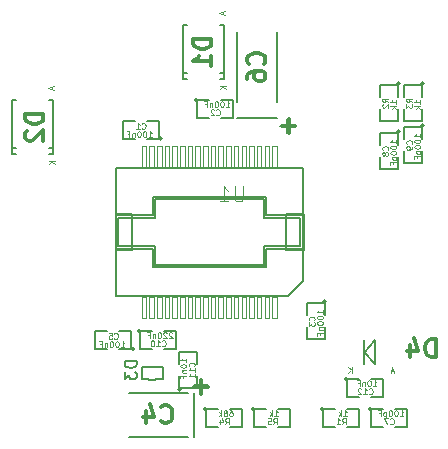
<source format=gbr>
G04 #@! TF.FileFunction,Legend,Bot*
%FSLAX46Y46*%
G04 Gerber Fmt 4.6, Leading zero omitted, Abs format (unit mm)*
G04 Created by KiCad (PCBNEW 0.201503240816+5533~22~ubuntu14.04.1-product) date St 25. březen 2015, 13:46:33 CET*
%MOMM*%
G01*
G04 APERTURE LIST*
%ADD10C,0.300000*%
%ADD11C,0.150000*%
%ADD12C,0.066040*%
%ADD13C,0.203200*%
%ADD14C,0.109220*%
%ADD15C,0.304800*%
%ADD16C,0.099060*%
%ADD17C,0.088900*%
G04 APERTURE END LIST*
D10*
D11*
X18796000Y5842000D02*
X18161000Y5842000D01*
X18161000Y5842000D02*
X18161000Y6858000D01*
X19939000Y6858000D02*
X19939000Y5842000D01*
X19939000Y5842000D02*
X19304000Y5842000D01*
X18796000Y5715000D02*
X18796000Y5842000D01*
X19304000Y5842000D02*
X19304000Y5715000D01*
X18161000Y6858000D02*
X19939000Y6858000D01*
X19304000Y5715000D02*
X18796000Y5715000D01*
X27686000Y3302000D02*
G75*
G03X27686000Y3302000I-127000J0D01*
G01*
X28702000Y3302000D02*
X27686000Y3302000D01*
X27686000Y3302000D02*
X27686000Y1778000D01*
X27686000Y1778000D02*
X28702000Y1778000D01*
X29718000Y1778000D02*
X30734000Y1778000D01*
X30734000Y1778000D02*
X30734000Y3302000D01*
X30734000Y3302000D02*
X29718000Y3302000D01*
X23622000Y3302000D02*
G75*
G03X23622000Y3302000I-127000J0D01*
G01*
X24638000Y3302000D02*
X23622000Y3302000D01*
X23622000Y3302000D02*
X23622000Y1778000D01*
X23622000Y1778000D02*
X24638000Y1778000D01*
X25654000Y1778000D02*
X26670000Y1778000D01*
X26670000Y1778000D02*
X26670000Y3302000D01*
X26670000Y3302000D02*
X25654000Y3302000D01*
X42037000Y30861000D02*
G75*
G03X42037000Y30861000I-127000J0D01*
G01*
X41910000Y29718000D02*
X41910000Y30734000D01*
X41910000Y30734000D02*
X40386000Y30734000D01*
X40386000Y30734000D02*
X40386000Y29718000D01*
X40386000Y28702000D02*
X40386000Y27686000D01*
X40386000Y27686000D02*
X41910000Y27686000D01*
X41910000Y27686000D02*
X41910000Y28702000D01*
X40005000Y30861000D02*
G75*
G03X40005000Y30861000I-127000J0D01*
G01*
X39878000Y29718000D02*
X39878000Y30734000D01*
X39878000Y30734000D02*
X38354000Y30734000D01*
X38354000Y30734000D02*
X38354000Y29718000D01*
X38354000Y28702000D02*
X38354000Y27686000D01*
X38354000Y27686000D02*
X39878000Y27686000D01*
X39878000Y27686000D02*
X39878000Y28702000D01*
X33528000Y3302000D02*
G75*
G03X33528000Y3302000I-127000J0D01*
G01*
X34544000Y3302000D02*
X33528000Y3302000D01*
X33528000Y3302000D02*
X33528000Y1778000D01*
X33528000Y1778000D02*
X34544000Y1778000D01*
X35560000Y1778000D02*
X36576000Y1778000D01*
X36576000Y1778000D02*
X36576000Y3302000D01*
X36576000Y3302000D02*
X35560000Y3302000D01*
X36941760Y8077200D02*
X37942520Y9128760D01*
X37942520Y9128760D02*
X37942520Y7127240D01*
X37942520Y7127240D02*
X36941760Y8128000D01*
X36941760Y9177020D02*
X36941760Y7078980D01*
X10640060Y25377140D02*
X10289540Y25377140D01*
X7139940Y25377140D02*
X7490460Y25377140D01*
X10640060Y24927560D02*
X10289540Y24927560D01*
X10640060Y29428440D02*
X10289540Y29428440D01*
X7139940Y29428440D02*
X7490460Y29428440D01*
X7139940Y24927560D02*
X7490460Y24927560D01*
X10640060Y29428440D02*
X10640060Y24927560D01*
X7139940Y29428440D02*
X7139940Y24927560D01*
X25118060Y31727140D02*
X24767540Y31727140D01*
X21617940Y31727140D02*
X21968460Y31727140D01*
X25118060Y31277560D02*
X24767540Y31277560D01*
X25118060Y35778440D02*
X24767540Y35778440D01*
X21617940Y35778440D02*
X21968460Y35778440D01*
X21617940Y31277560D02*
X21968460Y31277560D01*
X25118060Y35778440D02*
X25118060Y31277560D01*
X21617940Y35778440D02*
X21617940Y31277560D01*
X35560000Y5842000D02*
G75*
G03X35560000Y5842000I-127000J0D01*
G01*
X36576000Y5842000D02*
X35560000Y5842000D01*
X35560000Y5842000D02*
X35560000Y4318000D01*
X35560000Y4318000D02*
X36576000Y4318000D01*
X37592000Y4318000D02*
X38608000Y4318000D01*
X38608000Y4318000D02*
X38608000Y5842000D01*
X38608000Y5842000D02*
X37592000Y5842000D01*
X21463000Y4953000D02*
G75*
G03X21463000Y4953000I-127000J0D01*
G01*
X21336000Y6096000D02*
X21336000Y5080000D01*
X21336000Y5080000D02*
X22860000Y5080000D01*
X22860000Y5080000D02*
X22860000Y6096000D01*
X22860000Y7112000D02*
X22860000Y8128000D01*
X22860000Y8128000D02*
X21336000Y8128000D01*
X21336000Y8128000D02*
X21336000Y7112000D01*
X18034000Y9906000D02*
G75*
G03X18034000Y9906000I-127000J0D01*
G01*
X19050000Y9906000D02*
X18034000Y9906000D01*
X18034000Y9906000D02*
X18034000Y8382000D01*
X18034000Y8382000D02*
X19050000Y8382000D01*
X20066000Y8382000D02*
X21082000Y8382000D01*
X21082000Y8382000D02*
X21082000Y9906000D01*
X21082000Y9906000D02*
X20066000Y9906000D01*
X42037000Y27305000D02*
G75*
G03X42037000Y27305000I-127000J0D01*
G01*
X41910000Y26162000D02*
X41910000Y27178000D01*
X41910000Y27178000D02*
X40386000Y27178000D01*
X40386000Y27178000D02*
X40386000Y26162000D01*
X40386000Y25146000D02*
X40386000Y24130000D01*
X40386000Y24130000D02*
X41910000Y24130000D01*
X41910000Y24130000D02*
X41910000Y25146000D01*
X40005000Y26797000D02*
G75*
G03X40005000Y26797000I-127000J0D01*
G01*
X39878000Y25654000D02*
X39878000Y26670000D01*
X39878000Y26670000D02*
X38354000Y26670000D01*
X38354000Y26670000D02*
X38354000Y25654000D01*
X38354000Y24638000D02*
X38354000Y23622000D01*
X38354000Y23622000D02*
X39878000Y23622000D01*
X39878000Y23622000D02*
X39878000Y24638000D01*
X37592000Y3302000D02*
G75*
G03X37592000Y3302000I-127000J0D01*
G01*
X38608000Y3302000D02*
X37592000Y3302000D01*
X37592000Y3302000D02*
X37592000Y1778000D01*
X37592000Y1778000D02*
X38608000Y1778000D01*
X39624000Y1778000D02*
X40640000Y1778000D01*
X40640000Y1778000D02*
X40640000Y3302000D01*
X40640000Y3302000D02*
X39624000Y3302000D01*
X29639260Y27957780D02*
X26240740Y27957780D01*
X26240740Y35257740D02*
X26240740Y29258260D01*
X29639260Y35257740D02*
X29639260Y29258260D01*
X30993080Y27256740D02*
X29893260Y27256740D01*
X30492700Y26657300D02*
X30492700Y27856180D01*
X17526000Y8382000D02*
G75*
G03X17526000Y8382000I-127000J0D01*
G01*
X16256000Y8382000D02*
X17272000Y8382000D01*
X17272000Y8382000D02*
X17272000Y9906000D01*
X17272000Y9906000D02*
X16256000Y9906000D01*
X15240000Y9906000D02*
X14224000Y9906000D01*
X14224000Y9906000D02*
X14224000Y8382000D01*
X14224000Y8382000D02*
X15240000Y8382000D01*
X22557740Y4693920D02*
X22557740Y894080D01*
X17058640Y4693920D02*
X22057360Y4693920D01*
X17061180Y894080D02*
X22059900Y894080D01*
X23159720Y5796280D02*
X23159720Y4696460D01*
X23759160Y5295900D02*
X22560280Y5295900D01*
X33782000Y12382500D02*
G75*
G03X33782000Y12382500I-127000J0D01*
G01*
X33655000Y11239500D02*
X33655000Y12255500D01*
X33655000Y12255500D02*
X32131000Y12255500D01*
X32131000Y12255500D02*
X32131000Y11239500D01*
X32131000Y10223500D02*
X32131000Y9207500D01*
X32131000Y9207500D02*
X33655000Y9207500D01*
X33655000Y9207500D02*
X33655000Y10223500D01*
X22860000Y29464000D02*
G75*
G03X22860000Y29464000I-127000J0D01*
G01*
X23876000Y29464000D02*
X22860000Y29464000D01*
X22860000Y29464000D02*
X22860000Y27940000D01*
X22860000Y27940000D02*
X23876000Y27940000D01*
X24892000Y27940000D02*
X25908000Y27940000D01*
X25908000Y27940000D02*
X25908000Y29464000D01*
X25908000Y29464000D02*
X24892000Y29464000D01*
X19875500Y26162000D02*
G75*
G03X19875500Y26162000I-127000J0D01*
G01*
X18605500Y26162000D02*
X19621500Y26162000D01*
X19621500Y26162000D02*
X19621500Y27686000D01*
X19621500Y27686000D02*
X18605500Y27686000D01*
X17589500Y27686000D02*
X16573500Y27686000D01*
X16573500Y27686000D02*
X16573500Y26162000D01*
X16573500Y26162000D02*
X17589500Y26162000D01*
D12*
X29591000Y11038840D02*
X29210000Y11038840D01*
X29210000Y11038840D02*
X29210000Y12788900D01*
X29591000Y12788900D02*
X29210000Y12788900D01*
X29591000Y11038840D02*
X29591000Y12788900D01*
X28940760Y11038840D02*
X28559760Y11038840D01*
X28559760Y11038840D02*
X28559760Y12788900D01*
X28940760Y12788900D02*
X28559760Y12788900D01*
X28940760Y11038840D02*
X28940760Y12788900D01*
X28290520Y11038840D02*
X27909520Y11038840D01*
X27909520Y11038840D02*
X27909520Y12788900D01*
X28290520Y12788900D02*
X27909520Y12788900D01*
X28290520Y11038840D02*
X28290520Y12788900D01*
X27640280Y11038840D02*
X27259280Y11038840D01*
X27259280Y11038840D02*
X27259280Y12788900D01*
X27640280Y12788900D02*
X27259280Y12788900D01*
X27640280Y11038840D02*
X27640280Y12788900D01*
X26990040Y11038840D02*
X26609040Y11038840D01*
X26609040Y11038840D02*
X26609040Y12788900D01*
X26990040Y12788900D02*
X26609040Y12788900D01*
X26990040Y11038840D02*
X26990040Y12788900D01*
X26339800Y11038840D02*
X25958800Y11038840D01*
X25958800Y11038840D02*
X25958800Y12788900D01*
X26339800Y12788900D02*
X25958800Y12788900D01*
X26339800Y11038840D02*
X26339800Y12788900D01*
X25689560Y11038840D02*
X25308560Y11038840D01*
X25308560Y11038840D02*
X25308560Y12788900D01*
X25689560Y12788900D02*
X25308560Y12788900D01*
X25689560Y11038840D02*
X25689560Y12788900D01*
X25039320Y11038840D02*
X24660860Y11038840D01*
X24660860Y11038840D02*
X24660860Y12788900D01*
X25039320Y12788900D02*
X24660860Y12788900D01*
X25039320Y11038840D02*
X25039320Y12788900D01*
X24389080Y11038840D02*
X24010620Y11038840D01*
X24010620Y11038840D02*
X24010620Y12788900D01*
X24389080Y12788900D02*
X24010620Y12788900D01*
X24389080Y11038840D02*
X24389080Y12788900D01*
X23741380Y11038840D02*
X23362920Y11038840D01*
X23362920Y11038840D02*
X23362920Y12788900D01*
X23741380Y12788900D02*
X23362920Y12788900D01*
X23741380Y11038840D02*
X23741380Y12788900D01*
X23091140Y11038840D02*
X22712680Y11038840D01*
X22712680Y11038840D02*
X22712680Y12788900D01*
X23091140Y12788900D02*
X22712680Y12788900D01*
X23091140Y11038840D02*
X23091140Y12788900D01*
X22443440Y11038840D02*
X22062440Y11038840D01*
X22062440Y11038840D02*
X22062440Y12788900D01*
X22443440Y12788900D02*
X22062440Y12788900D01*
X22443440Y11038840D02*
X22443440Y12788900D01*
X21793200Y11038840D02*
X21412200Y11038840D01*
X21412200Y11038840D02*
X21412200Y12788900D01*
X21793200Y12788900D02*
X21412200Y12788900D01*
X21793200Y11038840D02*
X21793200Y12788900D01*
X21142960Y11038840D02*
X20761960Y11038840D01*
X20761960Y11038840D02*
X20761960Y12788900D01*
X21142960Y12788900D02*
X20761960Y12788900D01*
X21142960Y11038840D02*
X21142960Y12788900D01*
X20492720Y11038840D02*
X20111720Y11038840D01*
X20111720Y11038840D02*
X20111720Y12788900D01*
X20492720Y12788900D02*
X20111720Y12788900D01*
X20492720Y11038840D02*
X20492720Y12788900D01*
X19842480Y11038840D02*
X19461480Y11038840D01*
X19461480Y11038840D02*
X19461480Y12788900D01*
X19842480Y12788900D02*
X19461480Y12788900D01*
X19842480Y11038840D02*
X19842480Y12788900D01*
X19192240Y11038840D02*
X18811240Y11038840D01*
X18811240Y11038840D02*
X18811240Y12788900D01*
X19192240Y12788900D02*
X18811240Y12788900D01*
X19192240Y11038840D02*
X19192240Y12788900D01*
X18542000Y11038840D02*
X18161000Y11038840D01*
X18161000Y11038840D02*
X18161000Y12788900D01*
X18542000Y12788900D02*
X18161000Y12788900D01*
X18542000Y11038840D02*
X18542000Y12788900D01*
X18542000Y23787100D02*
X18161000Y23787100D01*
X18161000Y23787100D02*
X18161000Y25537160D01*
X18542000Y25537160D02*
X18161000Y25537160D01*
X18542000Y23787100D02*
X18542000Y25537160D01*
X19192240Y23787100D02*
X18811240Y23787100D01*
X18811240Y23787100D02*
X18811240Y25537160D01*
X19192240Y25537160D02*
X18811240Y25537160D01*
X19192240Y23787100D02*
X19192240Y25537160D01*
X19842480Y23787100D02*
X19461480Y23787100D01*
X19461480Y23787100D02*
X19461480Y25537160D01*
X19842480Y25537160D02*
X19461480Y25537160D01*
X19842480Y23787100D02*
X19842480Y25537160D01*
X20492720Y23787100D02*
X20111720Y23787100D01*
X20111720Y23787100D02*
X20111720Y25537160D01*
X20492720Y25537160D02*
X20111720Y25537160D01*
X20492720Y23787100D02*
X20492720Y25537160D01*
X21142960Y23787100D02*
X20761960Y23787100D01*
X20761960Y23787100D02*
X20761960Y25537160D01*
X21142960Y25537160D02*
X20761960Y25537160D01*
X21142960Y23787100D02*
X21142960Y25537160D01*
X21793200Y23787100D02*
X21412200Y23787100D01*
X21412200Y23787100D02*
X21412200Y25537160D01*
X21793200Y25537160D02*
X21412200Y25537160D01*
X21793200Y23787100D02*
X21793200Y25537160D01*
X22443440Y23787100D02*
X22062440Y23787100D01*
X22062440Y23787100D02*
X22062440Y25537160D01*
X22443440Y25537160D02*
X22062440Y25537160D01*
X22443440Y23787100D02*
X22443440Y25537160D01*
X23091140Y23787100D02*
X22712680Y23787100D01*
X22712680Y23787100D02*
X22712680Y25537160D01*
X23091140Y25537160D02*
X22712680Y25537160D01*
X23091140Y23787100D02*
X23091140Y25537160D01*
X23741380Y23787100D02*
X23362920Y23787100D01*
X23362920Y23787100D02*
X23362920Y25537160D01*
X23741380Y25537160D02*
X23362920Y25537160D01*
X23741380Y23787100D02*
X23741380Y25537160D01*
X24389080Y23787100D02*
X24010620Y23787100D01*
X24010620Y23787100D02*
X24010620Y25537160D01*
X24389080Y25537160D02*
X24010620Y25537160D01*
X24389080Y23787100D02*
X24389080Y25537160D01*
X25039320Y23787100D02*
X24660860Y23787100D01*
X24660860Y23787100D02*
X24660860Y25537160D01*
X25039320Y25537160D02*
X24660860Y25537160D01*
X25039320Y23787100D02*
X25039320Y25537160D01*
X25689560Y23787100D02*
X25308560Y23787100D01*
X25308560Y23787100D02*
X25308560Y25537160D01*
X25689560Y25537160D02*
X25308560Y25537160D01*
X25689560Y23787100D02*
X25689560Y25537160D01*
X26339800Y23787100D02*
X25958800Y23787100D01*
X25958800Y23787100D02*
X25958800Y25537160D01*
X26339800Y25537160D02*
X25958800Y25537160D01*
X26339800Y23787100D02*
X26339800Y25537160D01*
X26990040Y23787100D02*
X26609040Y23787100D01*
X26609040Y23787100D02*
X26609040Y25537160D01*
X26990040Y25537160D02*
X26609040Y25537160D01*
X26990040Y23787100D02*
X26990040Y25537160D01*
X27640280Y23787100D02*
X27259280Y23787100D01*
X27259280Y23787100D02*
X27259280Y25537160D01*
X27640280Y25537160D02*
X27259280Y25537160D01*
X27640280Y23787100D02*
X27640280Y25537160D01*
X28290520Y23787100D02*
X27909520Y23787100D01*
X27909520Y23787100D02*
X27909520Y25537160D01*
X28290520Y25537160D02*
X27909520Y25537160D01*
X28290520Y23787100D02*
X28290520Y25537160D01*
X28940760Y23787100D02*
X28559760Y23787100D01*
X28559760Y23787100D02*
X28559760Y25537160D01*
X28940760Y25537160D02*
X28559760Y25537160D01*
X28940760Y23787100D02*
X28940760Y25537160D01*
X29591000Y23787100D02*
X29210000Y23787100D01*
X29210000Y23787100D02*
X29210000Y25537160D01*
X29591000Y25537160D02*
X29210000Y25537160D01*
X29591000Y23787100D02*
X29591000Y25537160D01*
X31874460Y16789400D02*
X30375860Y16789400D01*
X30375860Y16789400D02*
X30375860Y19786600D01*
X31874460Y19786600D02*
X30375860Y19786600D01*
X31874460Y16789400D02*
X31874460Y19786600D01*
X17376140Y16789400D02*
X15877540Y16789400D01*
X15877540Y16789400D02*
X15877540Y19786600D01*
X17376140Y19786600D02*
X15877540Y19786600D01*
X17376140Y16789400D02*
X17376140Y19786600D01*
D13*
X30375860Y12890500D02*
X30563820Y12890500D01*
X30563820Y12890500D02*
X31775400Y14099540D01*
X31775400Y14099540D02*
X31775400Y14279880D01*
X31775400Y14279880D02*
X31775400Y16728440D01*
X31775400Y16728440D02*
X30375860Y16728440D01*
X30375860Y16728440D02*
X30375860Y19847560D01*
X30375860Y19847560D02*
X31775400Y19847560D01*
X31775400Y19847560D02*
X31775400Y23685500D01*
X31775400Y23685500D02*
X15976600Y23685500D01*
X15976600Y23685500D02*
X15976600Y19847560D01*
X15976600Y16728440D02*
X15976600Y12890500D01*
X15976600Y12890500D02*
X30375860Y12890500D01*
X15976600Y19847560D02*
X17376140Y19847560D01*
X17376140Y19847560D02*
X17376140Y16728440D01*
X17376140Y16728440D02*
X15976600Y16728440D01*
X28775660Y16888460D02*
X31775400Y16888460D01*
X31775400Y16888460D02*
X31775400Y19687540D01*
X31775400Y19687540D02*
X28674060Y19687540D01*
X28674060Y19687540D02*
X28674060Y21287740D01*
X28674060Y21287740D02*
X19077940Y21287740D01*
X19077940Y21287740D02*
X19077940Y19687540D01*
X19077940Y19687540D02*
X15976600Y19687540D01*
X15976600Y19687540D02*
X15976600Y16888460D01*
X15976600Y16888460D02*
X19077940Y16888460D01*
X19077940Y16888460D02*
X19077940Y15288260D01*
X19077940Y15288260D02*
X28674060Y15288260D01*
X28674060Y15288260D02*
X28674060Y16888460D01*
X28674060Y16888460D02*
X28775660Y16888460D01*
X31574740Y19486880D02*
X28475940Y19486880D01*
X28475940Y19486880D02*
X28475940Y21087080D01*
X28475940Y21087080D02*
X19276060Y21087080D01*
X19276060Y21087080D02*
X19276060Y19486880D01*
X19276060Y19486880D02*
X16177260Y19486880D01*
X16177260Y19486880D02*
X16177260Y17089120D01*
X16177260Y17089120D02*
X19276060Y17089120D01*
X19276060Y17089120D02*
X19276060Y15488920D01*
X19276060Y15488920D02*
X28475940Y15488920D01*
X28475940Y15488920D02*
X28475940Y17089120D01*
X28475940Y17089120D02*
X31574740Y17089120D01*
X31574740Y17089120D02*
X31574740Y19486880D01*
D11*
X17724381Y7342095D02*
X16724381Y7342095D01*
X16724381Y7104000D01*
X16772000Y6961142D01*
X16867238Y6865904D01*
X16962476Y6818285D01*
X17152952Y6770666D01*
X17295810Y6770666D01*
X17486286Y6818285D01*
X17581524Y6865904D01*
X17676762Y6961142D01*
X17724381Y7104000D01*
X17724381Y7342095D01*
X16724381Y6437333D02*
X16724381Y5818285D01*
X17105333Y6151619D01*
X17105333Y6008761D01*
X17152952Y5913523D01*
X17200571Y5865904D01*
X17295810Y5818285D01*
X17533905Y5818285D01*
X17629143Y5865904D01*
X17676762Y5913523D01*
X17724381Y6008761D01*
X17724381Y6294476D01*
X17676762Y6389714D01*
X17629143Y6437333D01*
D14*
X29293396Y1996138D02*
X29460190Y2234414D01*
X29579328Y1996138D02*
X29579328Y2496518D01*
X29388707Y2496518D01*
X29341052Y2472690D01*
X29317224Y2448862D01*
X29293396Y2401207D01*
X29293396Y2329724D01*
X29317224Y2282069D01*
X29341052Y2258241D01*
X29388707Y2234414D01*
X29579328Y2234414D01*
X28840672Y2496518D02*
X29078948Y2496518D01*
X29102776Y2258241D01*
X29078948Y2282069D01*
X29031293Y2305897D01*
X28912155Y2305897D01*
X28864499Y2282069D01*
X28840672Y2258241D01*
X28816844Y2210586D01*
X28816844Y2091448D01*
X28840672Y2043793D01*
X28864499Y2019965D01*
X28912155Y1996138D01*
X29031293Y1996138D01*
X29078948Y2019965D01*
X29102776Y2043793D01*
X29396569Y2694638D02*
X29682501Y2694638D01*
X29539535Y2694638D02*
X29539535Y3195018D01*
X29587190Y3123535D01*
X29634845Y3075880D01*
X29682501Y3052052D01*
X29182121Y2694638D02*
X29182121Y3195018D01*
X29134466Y2885259D02*
X28991500Y2694638D01*
X28991500Y3028224D02*
X29182121Y2837603D01*
X25229396Y1996138D02*
X25396190Y2234414D01*
X25515328Y1996138D02*
X25515328Y2496518D01*
X25324707Y2496518D01*
X25277052Y2472690D01*
X25253224Y2448862D01*
X25229396Y2401207D01*
X25229396Y2329724D01*
X25253224Y2282069D01*
X25277052Y2258241D01*
X25324707Y2234414D01*
X25515328Y2234414D01*
X24800499Y2329724D02*
X24800499Y1996138D01*
X24919637Y2520345D02*
X25038776Y2162931D01*
X24729016Y2162931D01*
X25618500Y3195018D02*
X25713811Y3195018D01*
X25761466Y3171190D01*
X25785294Y3147362D01*
X25832949Y3075880D01*
X25856777Y2980569D01*
X25856777Y2789948D01*
X25832949Y2742293D01*
X25809121Y2718465D01*
X25761466Y2694638D01*
X25666156Y2694638D01*
X25618500Y2718465D01*
X25594673Y2742293D01*
X25570845Y2789948D01*
X25570845Y2909086D01*
X25594673Y2956741D01*
X25618500Y2980569D01*
X25666156Y3004397D01*
X25761466Y3004397D01*
X25809121Y2980569D01*
X25832949Y2956741D01*
X25856777Y2909086D01*
X25284914Y2980569D02*
X25332569Y3004397D01*
X25356397Y3028224D01*
X25380225Y3075880D01*
X25380225Y3099707D01*
X25356397Y3147362D01*
X25332569Y3171190D01*
X25284914Y3195018D01*
X25189604Y3195018D01*
X25141948Y3171190D01*
X25118121Y3147362D01*
X25094293Y3099707D01*
X25094293Y3075880D01*
X25118121Y3028224D01*
X25141948Y3004397D01*
X25189604Y2980569D01*
X25284914Y2980569D01*
X25332569Y2956741D01*
X25356397Y2932914D01*
X25380225Y2885259D01*
X25380225Y2789948D01*
X25356397Y2742293D01*
X25332569Y2718465D01*
X25284914Y2694638D01*
X25189604Y2694638D01*
X25141948Y2718465D01*
X25118121Y2742293D01*
X25094293Y2789948D01*
X25094293Y2885259D01*
X25118121Y2932914D01*
X25141948Y2956741D01*
X25189604Y2980569D01*
X24879845Y2694638D02*
X24879845Y3195018D01*
X24832190Y2885259D02*
X24689224Y2694638D01*
X24689224Y3028224D02*
X24879845Y2837603D01*
X41056862Y29293396D02*
X40818586Y29460190D01*
X41056862Y29579328D02*
X40556482Y29579328D01*
X40556482Y29388707D01*
X40580310Y29341052D01*
X40604138Y29317224D01*
X40651793Y29293396D01*
X40723276Y29293396D01*
X40770931Y29317224D01*
X40794759Y29341052D01*
X40818586Y29388707D01*
X40818586Y29579328D01*
X40556482Y29126603D02*
X40556482Y28816844D01*
X40747103Y28983637D01*
X40747103Y28912155D01*
X40770931Y28864499D01*
X40794759Y28840672D01*
X40842414Y28816844D01*
X40961552Y28816844D01*
X41009207Y28840672D01*
X41033035Y28864499D01*
X41056862Y28912155D01*
X41056862Y29055120D01*
X41033035Y29102776D01*
X41009207Y29126603D01*
X41755362Y29142569D02*
X41755362Y29428501D01*
X41755362Y29285535D02*
X41254982Y29285535D01*
X41326465Y29333190D01*
X41374120Y29380845D01*
X41397948Y29428501D01*
X41755362Y28928121D02*
X41254982Y28928121D01*
X41564741Y28880466D02*
X41755362Y28737500D01*
X41421776Y28737500D02*
X41612397Y28928121D01*
X39024862Y29293396D02*
X38786586Y29460190D01*
X39024862Y29579328D02*
X38524482Y29579328D01*
X38524482Y29388707D01*
X38548310Y29341052D01*
X38572138Y29317224D01*
X38619793Y29293396D01*
X38691276Y29293396D01*
X38738931Y29317224D01*
X38762759Y29341052D01*
X38786586Y29388707D01*
X38786586Y29579328D01*
X38572138Y29102776D02*
X38548310Y29078948D01*
X38524482Y29031293D01*
X38524482Y28912155D01*
X38548310Y28864499D01*
X38572138Y28840672D01*
X38619793Y28816844D01*
X38667448Y28816844D01*
X38738931Y28840672D01*
X39024862Y29126603D01*
X39024862Y28816844D01*
X39723362Y29142569D02*
X39723362Y29428501D01*
X39723362Y29285535D02*
X39222982Y29285535D01*
X39294465Y29333190D01*
X39342120Y29380845D01*
X39365948Y29428501D01*
X39723362Y28928121D02*
X39222982Y28928121D01*
X39532741Y28880466D02*
X39723362Y28737500D01*
X39389776Y28737500D02*
X39580397Y28928121D01*
X35135396Y1996138D02*
X35302190Y2234414D01*
X35421328Y1996138D02*
X35421328Y2496518D01*
X35230707Y2496518D01*
X35183052Y2472690D01*
X35159224Y2448862D01*
X35135396Y2401207D01*
X35135396Y2329724D01*
X35159224Y2282069D01*
X35183052Y2258241D01*
X35230707Y2234414D01*
X35421328Y2234414D01*
X34658844Y1996138D02*
X34944776Y1996138D01*
X34801810Y1996138D02*
X34801810Y2496518D01*
X34849465Y2425035D01*
X34897120Y2377380D01*
X34944776Y2353552D01*
X35238569Y2694638D02*
X35524501Y2694638D01*
X35381535Y2694638D02*
X35381535Y3195018D01*
X35429190Y3123535D01*
X35476845Y3075880D01*
X35524501Y3052052D01*
X35024121Y2694638D02*
X35024121Y3195018D01*
X34976466Y2885259D02*
X34833500Y2694638D01*
X34833500Y3028224D02*
X35024121Y2837603D01*
D15*
X43034857Y7692571D02*
X43034857Y9216571D01*
X42672000Y9216571D01*
X42454285Y9144000D01*
X42309143Y8998857D01*
X42236571Y8853714D01*
X42164000Y8563429D01*
X42164000Y8345714D01*
X42236571Y8055429D01*
X42309143Y7910286D01*
X42454285Y7765143D01*
X42672000Y7692571D01*
X43034857Y7692571D01*
X40857714Y8708571D02*
X40857714Y7692571D01*
X41220571Y9289143D02*
X41583428Y8200571D01*
X40640000Y8200571D01*
D16*
X39511998Y6495203D02*
X39273721Y6495203D01*
X39559653Y6352238D02*
X39392859Y6852618D01*
X39226066Y6352238D01*
X35922192Y6352238D02*
X35922192Y6852618D01*
X35636260Y6352238D02*
X35850709Y6638169D01*
X35636260Y6852618D02*
X35922192Y6566686D01*
D15*
X9833429Y28302857D02*
X8309429Y28302857D01*
X8309429Y27940000D01*
X8382000Y27722285D01*
X8527143Y27577143D01*
X8672286Y27504571D01*
X8962571Y27432000D01*
X9180286Y27432000D01*
X9470571Y27504571D01*
X9615714Y27577143D01*
X9760857Y27722285D01*
X9833429Y27940000D01*
X9833429Y28302857D01*
X8454571Y26851428D02*
X8382000Y26778857D01*
X8309429Y26633714D01*
X8309429Y26270857D01*
X8382000Y26125714D01*
X8454571Y26053143D01*
X8599714Y25980571D01*
X8744857Y25980571D01*
X8962571Y26053143D01*
X9833429Y26924000D01*
X9833429Y25980571D01*
D16*
X10573597Y30596598D02*
X10573597Y30358321D01*
X10716562Y30644253D02*
X10216182Y30477459D01*
X10716562Y30310666D01*
X10815622Y24309312D02*
X10315242Y24309312D01*
X10815622Y24023380D02*
X10529691Y24237829D01*
X10315242Y24023380D02*
X10601174Y24309312D01*
D15*
X24057429Y34652857D02*
X22533429Y34652857D01*
X22533429Y34290000D01*
X22606000Y34072285D01*
X22751143Y33927143D01*
X22896286Y33854571D01*
X23186571Y33782000D01*
X23404286Y33782000D01*
X23694571Y33854571D01*
X23839714Y33927143D01*
X23984857Y34072285D01*
X24057429Y34290000D01*
X24057429Y34652857D01*
X24057429Y32330571D02*
X24057429Y33201428D01*
X24057429Y32766000D02*
X22533429Y32766000D01*
X22751143Y32911143D01*
X22896286Y33056285D01*
X22968857Y33201428D01*
D16*
X25051597Y36946598D02*
X25051597Y36708321D01*
X25194562Y36994253D02*
X24694182Y36827459D01*
X25194562Y36660666D01*
X25293622Y30659312D02*
X24793242Y30659312D01*
X25293622Y30373380D02*
X25007691Y30587829D01*
X24793242Y30373380D02*
X25079174Y30659312D01*
D14*
X37405672Y4583793D02*
X37429500Y4559965D01*
X37500983Y4536138D01*
X37548638Y4536138D01*
X37620121Y4559965D01*
X37667776Y4607620D01*
X37691604Y4655276D01*
X37715432Y4750586D01*
X37715432Y4822069D01*
X37691604Y4917380D01*
X37667776Y4965035D01*
X37620121Y5012690D01*
X37548638Y5036518D01*
X37500983Y5036518D01*
X37429500Y5012690D01*
X37405672Y4988862D01*
X36929120Y4536138D02*
X37215052Y4536138D01*
X37072086Y4536138D02*
X37072086Y5036518D01*
X37119741Y4965035D01*
X37167396Y4917380D01*
X37215052Y4893552D01*
X36738500Y4988862D02*
X36714672Y5012690D01*
X36667017Y5036518D01*
X36547879Y5036518D01*
X36500223Y5012690D01*
X36476396Y4988862D01*
X36452568Y4941207D01*
X36452568Y4893552D01*
X36476396Y4822069D01*
X36762327Y4536138D01*
X36452568Y4536138D01*
X37747121Y5234638D02*
X38033053Y5234638D01*
X37890087Y5234638D02*
X37890087Y5735018D01*
X37937742Y5663535D01*
X37985397Y5615880D01*
X38033053Y5592052D01*
X37437362Y5735018D02*
X37389707Y5735018D01*
X37342052Y5711190D01*
X37318224Y5687362D01*
X37294397Y5639707D01*
X37270569Y5544397D01*
X37270569Y5425259D01*
X37294397Y5329948D01*
X37318224Y5282293D01*
X37342052Y5258465D01*
X37389707Y5234638D01*
X37437362Y5234638D01*
X37485018Y5258465D01*
X37508845Y5282293D01*
X37532673Y5329948D01*
X37556501Y5425259D01*
X37556501Y5544397D01*
X37532673Y5639707D01*
X37508845Y5687362D01*
X37485018Y5711190D01*
X37437362Y5735018D01*
X37056121Y5568224D02*
X37056121Y5234638D01*
X37056121Y5520569D02*
X37032293Y5544397D01*
X36984638Y5568224D01*
X36913155Y5568224D01*
X36865500Y5544397D01*
X36841672Y5496741D01*
X36841672Y5234638D01*
X36436603Y5496741D02*
X36603396Y5496741D01*
X36603396Y5234638D02*
X36603396Y5735018D01*
X36365120Y5735018D01*
X22594207Y6925672D02*
X22618035Y6949500D01*
X22641862Y7020983D01*
X22641862Y7068638D01*
X22618035Y7140121D01*
X22570380Y7187776D01*
X22522724Y7211604D01*
X22427414Y7235432D01*
X22355931Y7235432D01*
X22260620Y7211604D01*
X22212965Y7187776D01*
X22165310Y7140121D01*
X22141482Y7068638D01*
X22141482Y7020983D01*
X22165310Y6949500D01*
X22189138Y6925672D01*
X22641862Y6449120D02*
X22641862Y6735052D01*
X22641862Y6592086D02*
X22141482Y6592086D01*
X22212965Y6639741D01*
X22260620Y6687396D01*
X22284448Y6735052D01*
X22641862Y5972568D02*
X22641862Y6258500D01*
X22641862Y6115534D02*
X22141482Y6115534D01*
X22212965Y6163189D01*
X22260620Y6210844D01*
X22284448Y6258500D01*
X21943362Y7267121D02*
X21943362Y7553053D01*
X21943362Y7410087D02*
X21442982Y7410087D01*
X21514465Y7457742D01*
X21562120Y7505397D01*
X21585948Y7553053D01*
X21442982Y6957362D02*
X21442982Y6909707D01*
X21466810Y6862052D01*
X21490638Y6838224D01*
X21538293Y6814397D01*
X21633603Y6790569D01*
X21752741Y6790569D01*
X21848052Y6814397D01*
X21895707Y6838224D01*
X21919535Y6862052D01*
X21943362Y6909707D01*
X21943362Y6957362D01*
X21919535Y7005018D01*
X21895707Y7028845D01*
X21848052Y7052673D01*
X21752741Y7076501D01*
X21633603Y7076501D01*
X21538293Y7052673D01*
X21490638Y7028845D01*
X21466810Y7005018D01*
X21442982Y6957362D01*
X21609776Y6576121D02*
X21943362Y6576121D01*
X21657431Y6576121D02*
X21633603Y6552293D01*
X21609776Y6504638D01*
X21609776Y6433155D01*
X21633603Y6385500D01*
X21681259Y6361672D01*
X21943362Y6361672D01*
X21681259Y5956603D02*
X21681259Y6123396D01*
X21943362Y6123396D02*
X21442982Y6123396D01*
X21442982Y5885120D01*
X19879672Y8647793D02*
X19903500Y8623965D01*
X19974983Y8600138D01*
X20022638Y8600138D01*
X20094121Y8623965D01*
X20141776Y8671620D01*
X20165604Y8719276D01*
X20189432Y8814586D01*
X20189432Y8886069D01*
X20165604Y8981380D01*
X20141776Y9029035D01*
X20094121Y9076690D01*
X20022638Y9100518D01*
X19974983Y9100518D01*
X19903500Y9076690D01*
X19879672Y9052862D01*
X19403120Y8600138D02*
X19689052Y8600138D01*
X19546086Y8600138D02*
X19546086Y9100518D01*
X19593741Y9029035D01*
X19641396Y8981380D01*
X19689052Y8957552D01*
X19093361Y9100518D02*
X19045706Y9100518D01*
X18998051Y9076690D01*
X18974223Y9052862D01*
X18950396Y9005207D01*
X18926568Y8909897D01*
X18926568Y8790759D01*
X18950396Y8695448D01*
X18974223Y8647793D01*
X18998051Y8623965D01*
X19045706Y8600138D01*
X19093361Y8600138D01*
X19141017Y8623965D01*
X19164844Y8647793D01*
X19188672Y8695448D01*
X19212500Y8790759D01*
X19212500Y8909897D01*
X19188672Y9005207D01*
X19164844Y9052862D01*
X19141017Y9076690D01*
X19093361Y9100518D01*
X20745329Y9751362D02*
X20721501Y9775190D01*
X20673846Y9799018D01*
X20554708Y9799018D01*
X20507052Y9775190D01*
X20483225Y9751362D01*
X20459397Y9703707D01*
X20459397Y9656052D01*
X20483225Y9584569D01*
X20769156Y9298638D01*
X20459397Y9298638D01*
X20268777Y9751362D02*
X20244949Y9775190D01*
X20197294Y9799018D01*
X20078156Y9799018D01*
X20030500Y9775190D01*
X20006673Y9751362D01*
X19982845Y9703707D01*
X19982845Y9656052D01*
X20006673Y9584569D01*
X20292604Y9298638D01*
X19982845Y9298638D01*
X19673086Y9799018D02*
X19625431Y9799018D01*
X19577776Y9775190D01*
X19553948Y9751362D01*
X19530121Y9703707D01*
X19506293Y9608397D01*
X19506293Y9489259D01*
X19530121Y9393948D01*
X19553948Y9346293D01*
X19577776Y9322465D01*
X19625431Y9298638D01*
X19673086Y9298638D01*
X19720742Y9322465D01*
X19744569Y9346293D01*
X19768397Y9393948D01*
X19792225Y9489259D01*
X19792225Y9608397D01*
X19768397Y9703707D01*
X19744569Y9751362D01*
X19720742Y9775190D01*
X19673086Y9799018D01*
X19291845Y9632224D02*
X19291845Y9298638D01*
X19291845Y9584569D02*
X19268017Y9608397D01*
X19220362Y9632224D01*
X19148879Y9632224D01*
X19101224Y9608397D01*
X19077396Y9560741D01*
X19077396Y9298638D01*
X18672327Y9560741D02*
X18839120Y9560741D01*
X18839120Y9298638D02*
X18839120Y9799018D01*
X18600844Y9799018D01*
X41009207Y25737396D02*
X41033035Y25761224D01*
X41056862Y25832707D01*
X41056862Y25880362D01*
X41033035Y25951845D01*
X40985380Y25999500D01*
X40937724Y26023328D01*
X40842414Y26047156D01*
X40770931Y26047156D01*
X40675620Y26023328D01*
X40627965Y25999500D01*
X40580310Y25951845D01*
X40556482Y25880362D01*
X40556482Y25832707D01*
X40580310Y25761224D01*
X40604138Y25737396D01*
X41056862Y25499120D02*
X41056862Y25403810D01*
X41033035Y25356155D01*
X41009207Y25332327D01*
X40937724Y25284672D01*
X40842414Y25260844D01*
X40651793Y25260844D01*
X40604138Y25284672D01*
X40580310Y25308499D01*
X40556482Y25356155D01*
X40556482Y25451465D01*
X40580310Y25499120D01*
X40604138Y25522948D01*
X40651793Y25546776D01*
X40770931Y25546776D01*
X40818586Y25522948D01*
X40842414Y25499120D01*
X40866241Y25451465D01*
X40866241Y25356155D01*
X40842414Y25308499D01*
X40818586Y25284672D01*
X40770931Y25260844D01*
X41755362Y26301397D02*
X41755362Y26587329D01*
X41755362Y26444363D02*
X41254982Y26444363D01*
X41326465Y26492018D01*
X41374120Y26539673D01*
X41397948Y26587329D01*
X41254982Y25991638D02*
X41254982Y25943983D01*
X41278810Y25896328D01*
X41302638Y25872500D01*
X41350293Y25848673D01*
X41445603Y25824845D01*
X41564741Y25824845D01*
X41660052Y25848673D01*
X41707707Y25872500D01*
X41731535Y25896328D01*
X41755362Y25943983D01*
X41755362Y25991638D01*
X41731535Y26039294D01*
X41707707Y26063121D01*
X41660052Y26086949D01*
X41564741Y26110777D01*
X41445603Y26110777D01*
X41350293Y26086949D01*
X41302638Y26063121D01*
X41278810Y26039294D01*
X41254982Y25991638D01*
X41254982Y25515086D02*
X41254982Y25467431D01*
X41278810Y25419776D01*
X41302638Y25395948D01*
X41350293Y25372121D01*
X41445603Y25348293D01*
X41564741Y25348293D01*
X41660052Y25372121D01*
X41707707Y25395948D01*
X41731535Y25419776D01*
X41755362Y25467431D01*
X41755362Y25515086D01*
X41731535Y25562742D01*
X41707707Y25586569D01*
X41660052Y25610397D01*
X41564741Y25634225D01*
X41445603Y25634225D01*
X41350293Y25610397D01*
X41302638Y25586569D01*
X41278810Y25562742D01*
X41254982Y25515086D01*
X41421776Y25133845D02*
X41922156Y25133845D01*
X41445603Y25133845D02*
X41421776Y25086190D01*
X41421776Y24990879D01*
X41445603Y24943224D01*
X41469431Y24919396D01*
X41517086Y24895569D01*
X41660052Y24895569D01*
X41707707Y24919396D01*
X41731535Y24943224D01*
X41755362Y24990879D01*
X41755362Y25086190D01*
X41731535Y25133845D01*
X41493259Y24514327D02*
X41493259Y24681120D01*
X41755362Y24681120D02*
X41254982Y24681120D01*
X41254982Y24442844D01*
X38977207Y25229396D02*
X39001035Y25253224D01*
X39024862Y25324707D01*
X39024862Y25372362D01*
X39001035Y25443845D01*
X38953380Y25491500D01*
X38905724Y25515328D01*
X38810414Y25539156D01*
X38738931Y25539156D01*
X38643620Y25515328D01*
X38595965Y25491500D01*
X38548310Y25443845D01*
X38524482Y25372362D01*
X38524482Y25324707D01*
X38548310Y25253224D01*
X38572138Y25229396D01*
X38738931Y24943465D02*
X38715103Y24991120D01*
X38691276Y25014948D01*
X38643620Y25038776D01*
X38619793Y25038776D01*
X38572138Y25014948D01*
X38548310Y24991120D01*
X38524482Y24943465D01*
X38524482Y24848155D01*
X38548310Y24800499D01*
X38572138Y24776672D01*
X38619793Y24752844D01*
X38643620Y24752844D01*
X38691276Y24776672D01*
X38715103Y24800499D01*
X38738931Y24848155D01*
X38738931Y24943465D01*
X38762759Y24991120D01*
X38786586Y25014948D01*
X38834241Y25038776D01*
X38929552Y25038776D01*
X38977207Y25014948D01*
X39001035Y24991120D01*
X39024862Y24943465D01*
X39024862Y24848155D01*
X39001035Y24800499D01*
X38977207Y24776672D01*
X38929552Y24752844D01*
X38834241Y24752844D01*
X38786586Y24776672D01*
X38762759Y24800499D01*
X38738931Y24848155D01*
X39723362Y25793397D02*
X39723362Y26079329D01*
X39723362Y25936363D02*
X39222982Y25936363D01*
X39294465Y25984018D01*
X39342120Y26031673D01*
X39365948Y26079329D01*
X39222982Y25483638D02*
X39222982Y25435983D01*
X39246810Y25388328D01*
X39270638Y25364500D01*
X39318293Y25340673D01*
X39413603Y25316845D01*
X39532741Y25316845D01*
X39628052Y25340673D01*
X39675707Y25364500D01*
X39699535Y25388328D01*
X39723362Y25435983D01*
X39723362Y25483638D01*
X39699535Y25531294D01*
X39675707Y25555121D01*
X39628052Y25578949D01*
X39532741Y25602777D01*
X39413603Y25602777D01*
X39318293Y25578949D01*
X39270638Y25555121D01*
X39246810Y25531294D01*
X39222982Y25483638D01*
X39222982Y25007086D02*
X39222982Y24959431D01*
X39246810Y24911776D01*
X39270638Y24887948D01*
X39318293Y24864121D01*
X39413603Y24840293D01*
X39532741Y24840293D01*
X39628052Y24864121D01*
X39675707Y24887948D01*
X39699535Y24911776D01*
X39723362Y24959431D01*
X39723362Y25007086D01*
X39699535Y25054742D01*
X39675707Y25078569D01*
X39628052Y25102397D01*
X39532741Y25126225D01*
X39413603Y25126225D01*
X39318293Y25102397D01*
X39270638Y25078569D01*
X39246810Y25054742D01*
X39222982Y25007086D01*
X39389776Y24625845D02*
X39890156Y24625845D01*
X39413603Y24625845D02*
X39389776Y24578190D01*
X39389776Y24482879D01*
X39413603Y24435224D01*
X39437431Y24411396D01*
X39485086Y24387569D01*
X39628052Y24387569D01*
X39675707Y24411396D01*
X39699535Y24435224D01*
X39723362Y24482879D01*
X39723362Y24578190D01*
X39699535Y24625845D01*
X39461259Y24006327D02*
X39461259Y24173120D01*
X39723362Y24173120D02*
X39222982Y24173120D01*
X39222982Y23934844D01*
X39199396Y2043793D02*
X39223224Y2019965D01*
X39294707Y1996138D01*
X39342362Y1996138D01*
X39413845Y2019965D01*
X39461500Y2067620D01*
X39485328Y2115276D01*
X39509156Y2210586D01*
X39509156Y2282069D01*
X39485328Y2377380D01*
X39461500Y2425035D01*
X39413845Y2472690D01*
X39342362Y2496518D01*
X39294707Y2496518D01*
X39223224Y2472690D01*
X39199396Y2448862D01*
X39032603Y2496518D02*
X38699016Y2496518D01*
X38913465Y1996138D01*
X40017397Y2694638D02*
X40303329Y2694638D01*
X40160363Y2694638D02*
X40160363Y3195018D01*
X40208018Y3123535D01*
X40255673Y3075880D01*
X40303329Y3052052D01*
X39707638Y3195018D02*
X39659983Y3195018D01*
X39612328Y3171190D01*
X39588500Y3147362D01*
X39564673Y3099707D01*
X39540845Y3004397D01*
X39540845Y2885259D01*
X39564673Y2789948D01*
X39588500Y2742293D01*
X39612328Y2718465D01*
X39659983Y2694638D01*
X39707638Y2694638D01*
X39755294Y2718465D01*
X39779121Y2742293D01*
X39802949Y2789948D01*
X39826777Y2885259D01*
X39826777Y3004397D01*
X39802949Y3099707D01*
X39779121Y3147362D01*
X39755294Y3171190D01*
X39707638Y3195018D01*
X39231086Y3195018D02*
X39183431Y3195018D01*
X39135776Y3171190D01*
X39111948Y3147362D01*
X39088121Y3099707D01*
X39064293Y3004397D01*
X39064293Y2885259D01*
X39088121Y2789948D01*
X39111948Y2742293D01*
X39135776Y2718465D01*
X39183431Y2694638D01*
X39231086Y2694638D01*
X39278742Y2718465D01*
X39302569Y2742293D01*
X39326397Y2789948D01*
X39350225Y2885259D01*
X39350225Y3004397D01*
X39326397Y3099707D01*
X39302569Y3147362D01*
X39278742Y3171190D01*
X39231086Y3195018D01*
X38849845Y3028224D02*
X38849845Y2527844D01*
X38849845Y3004397D02*
X38802190Y3028224D01*
X38706879Y3028224D01*
X38659224Y3004397D01*
X38635396Y2980569D01*
X38611569Y2932914D01*
X38611569Y2789948D01*
X38635396Y2742293D01*
X38659224Y2718465D01*
X38706879Y2694638D01*
X38802190Y2694638D01*
X38849845Y2718465D01*
X38230327Y2956741D02*
X38397120Y2956741D01*
X38397120Y2694638D02*
X38397120Y3195018D01*
X38158844Y3195018D01*
D15*
X28484286Y32512000D02*
X28556857Y32584571D01*
X28629429Y32802285D01*
X28629429Y32947428D01*
X28556857Y33165143D01*
X28411714Y33310285D01*
X28266571Y33382857D01*
X27976286Y33455428D01*
X27758571Y33455428D01*
X27468286Y33382857D01*
X27323143Y33310285D01*
X27178000Y33165143D01*
X27105429Y32947428D01*
X27105429Y32802285D01*
X27178000Y32584571D01*
X27250571Y32512000D01*
X27105429Y31205714D02*
X27105429Y31496000D01*
X27178000Y31641143D01*
X27250571Y31713714D01*
X27468286Y31858857D01*
X27758571Y31931428D01*
X28339143Y31931428D01*
X28484286Y31858857D01*
X28556857Y31786285D01*
X28629429Y31641143D01*
X28629429Y31350857D01*
X28556857Y31205714D01*
X28484286Y31133143D01*
X28339143Y31060571D01*
X27976286Y31060571D01*
X27831143Y31133143D01*
X27758571Y31205714D01*
X27686000Y31350857D01*
X27686000Y31641143D01*
X27758571Y31786285D01*
X27831143Y31858857D01*
X27976286Y31931428D01*
X30599017Y27839851D02*
X30599017Y26678708D01*
X31179589Y27259279D02*
X30018446Y27259279D01*
D14*
X15831396Y9282793D02*
X15855224Y9258965D01*
X15926707Y9235138D01*
X15974362Y9235138D01*
X16045845Y9258965D01*
X16093500Y9306620D01*
X16117328Y9354276D01*
X16141156Y9449586D01*
X16141156Y9521069D01*
X16117328Y9616380D01*
X16093500Y9664035D01*
X16045845Y9711690D01*
X15974362Y9735518D01*
X15926707Y9735518D01*
X15855224Y9711690D01*
X15831396Y9687862D01*
X15378672Y9735518D02*
X15616948Y9735518D01*
X15640776Y9497241D01*
X15616948Y9521069D01*
X15569293Y9544897D01*
X15450155Y9544897D01*
X15402499Y9521069D01*
X15378672Y9497241D01*
X15354844Y9449586D01*
X15354844Y9330448D01*
X15378672Y9282793D01*
X15402499Y9258965D01*
X15450155Y9235138D01*
X15569293Y9235138D01*
X15616948Y9258965D01*
X15640776Y9282793D01*
X16395397Y8536638D02*
X16681329Y8536638D01*
X16538363Y8536638D02*
X16538363Y9037018D01*
X16586018Y8965535D01*
X16633673Y8917880D01*
X16681329Y8894052D01*
X16085638Y9037018D02*
X16037983Y9037018D01*
X15990328Y9013190D01*
X15966500Y8989362D01*
X15942673Y8941707D01*
X15918845Y8846397D01*
X15918845Y8727259D01*
X15942673Y8631948D01*
X15966500Y8584293D01*
X15990328Y8560465D01*
X16037983Y8536638D01*
X16085638Y8536638D01*
X16133294Y8560465D01*
X16157121Y8584293D01*
X16180949Y8631948D01*
X16204777Y8727259D01*
X16204777Y8846397D01*
X16180949Y8941707D01*
X16157121Y8989362D01*
X16133294Y9013190D01*
X16085638Y9037018D01*
X15609086Y9037018D02*
X15561431Y9037018D01*
X15513776Y9013190D01*
X15489948Y8989362D01*
X15466121Y8941707D01*
X15442293Y8846397D01*
X15442293Y8727259D01*
X15466121Y8631948D01*
X15489948Y8584293D01*
X15513776Y8560465D01*
X15561431Y8536638D01*
X15609086Y8536638D01*
X15656742Y8560465D01*
X15680569Y8584293D01*
X15704397Y8631948D01*
X15728225Y8727259D01*
X15728225Y8846397D01*
X15704397Y8941707D01*
X15680569Y8989362D01*
X15656742Y9013190D01*
X15609086Y9037018D01*
X15227845Y8870224D02*
X15227845Y8536638D01*
X15227845Y8822569D02*
X15204017Y8846397D01*
X15156362Y8870224D01*
X15084879Y8870224D01*
X15037224Y8846397D01*
X15013396Y8798741D01*
X15013396Y8536638D01*
X14608327Y8798741D02*
X14775120Y8798741D01*
X14775120Y8536638D02*
X14775120Y9037018D01*
X14536844Y9037018D01*
D15*
X19812000Y2249714D02*
X19884571Y2177143D01*
X20102285Y2104571D01*
X20247428Y2104571D01*
X20465143Y2177143D01*
X20610285Y2322286D01*
X20682857Y2467429D01*
X20755428Y2757714D01*
X20755428Y2975429D01*
X20682857Y3265714D01*
X20610285Y3410857D01*
X20465143Y3556000D01*
X20247428Y3628571D01*
X20102285Y3628571D01*
X19884571Y3556000D01*
X19812000Y3483429D01*
X18505714Y3120571D02*
X18505714Y2104571D01*
X18868571Y3701143D02*
X19231428Y2612571D01*
X18288000Y2612571D01*
X23737751Y5184503D02*
X22576608Y5184503D01*
X23157179Y4603931D02*
X23157179Y5765074D01*
D14*
X32754207Y10814896D02*
X32778035Y10838724D01*
X32801862Y10910207D01*
X32801862Y10957862D01*
X32778035Y11029345D01*
X32730380Y11077000D01*
X32682724Y11100828D01*
X32587414Y11124656D01*
X32515931Y11124656D01*
X32420620Y11100828D01*
X32372965Y11077000D01*
X32325310Y11029345D01*
X32301482Y10957862D01*
X32301482Y10910207D01*
X32325310Y10838724D01*
X32349138Y10814896D01*
X32301482Y10648103D02*
X32301482Y10338344D01*
X32492103Y10505137D01*
X32492103Y10433655D01*
X32515931Y10385999D01*
X32539759Y10362172D01*
X32587414Y10338344D01*
X32706552Y10338344D01*
X32754207Y10362172D01*
X32778035Y10385999D01*
X32801862Y10433655D01*
X32801862Y10576620D01*
X32778035Y10624276D01*
X32754207Y10648103D01*
X33500362Y11378897D02*
X33500362Y11664829D01*
X33500362Y11521863D02*
X32999982Y11521863D01*
X33071465Y11569518D01*
X33119120Y11617173D01*
X33142948Y11664829D01*
X32999982Y11069138D02*
X32999982Y11021483D01*
X33023810Y10973828D01*
X33047638Y10950000D01*
X33095293Y10926173D01*
X33190603Y10902345D01*
X33309741Y10902345D01*
X33405052Y10926173D01*
X33452707Y10950000D01*
X33476535Y10973828D01*
X33500362Y11021483D01*
X33500362Y11069138D01*
X33476535Y11116794D01*
X33452707Y11140621D01*
X33405052Y11164449D01*
X33309741Y11188277D01*
X33190603Y11188277D01*
X33095293Y11164449D01*
X33047638Y11140621D01*
X33023810Y11116794D01*
X32999982Y11069138D01*
X32999982Y10592586D02*
X32999982Y10544931D01*
X33023810Y10497276D01*
X33047638Y10473448D01*
X33095293Y10449621D01*
X33190603Y10425793D01*
X33309741Y10425793D01*
X33405052Y10449621D01*
X33452707Y10473448D01*
X33476535Y10497276D01*
X33500362Y10544931D01*
X33500362Y10592586D01*
X33476535Y10640242D01*
X33452707Y10664069D01*
X33405052Y10687897D01*
X33309741Y10711725D01*
X33190603Y10711725D01*
X33095293Y10687897D01*
X33047638Y10664069D01*
X33023810Y10640242D01*
X32999982Y10592586D01*
X33166776Y10211345D02*
X33500362Y10211345D01*
X33214431Y10211345D02*
X33190603Y10187517D01*
X33166776Y10139862D01*
X33166776Y10068379D01*
X33190603Y10020724D01*
X33238259Y9996896D01*
X33500362Y9996896D01*
X33238259Y9591827D02*
X33238259Y9758620D01*
X33500362Y9758620D02*
X32999982Y9758620D01*
X32999982Y9520344D01*
X24467396Y28205793D02*
X24491224Y28181965D01*
X24562707Y28158138D01*
X24610362Y28158138D01*
X24681845Y28181965D01*
X24729500Y28229620D01*
X24753328Y28277276D01*
X24777156Y28372586D01*
X24777156Y28444069D01*
X24753328Y28539380D01*
X24729500Y28587035D01*
X24681845Y28634690D01*
X24610362Y28658518D01*
X24562707Y28658518D01*
X24491224Y28634690D01*
X24467396Y28610862D01*
X24276776Y28610862D02*
X24252948Y28634690D01*
X24205293Y28658518D01*
X24086155Y28658518D01*
X24038499Y28634690D01*
X24014672Y28610862D01*
X23990844Y28563207D01*
X23990844Y28515552D01*
X24014672Y28444069D01*
X24300603Y28158138D01*
X23990844Y28158138D01*
X25285397Y28856638D02*
X25571329Y28856638D01*
X25428363Y28856638D02*
X25428363Y29357018D01*
X25476018Y29285535D01*
X25523673Y29237880D01*
X25571329Y29214052D01*
X24975638Y29357018D02*
X24927983Y29357018D01*
X24880328Y29333190D01*
X24856500Y29309362D01*
X24832673Y29261707D01*
X24808845Y29166397D01*
X24808845Y29047259D01*
X24832673Y28951948D01*
X24856500Y28904293D01*
X24880328Y28880465D01*
X24927983Y28856638D01*
X24975638Y28856638D01*
X25023294Y28880465D01*
X25047121Y28904293D01*
X25070949Y28951948D01*
X25094777Y29047259D01*
X25094777Y29166397D01*
X25070949Y29261707D01*
X25047121Y29309362D01*
X25023294Y29333190D01*
X24975638Y29357018D01*
X24499086Y29357018D02*
X24451431Y29357018D01*
X24403776Y29333190D01*
X24379948Y29309362D01*
X24356121Y29261707D01*
X24332293Y29166397D01*
X24332293Y29047259D01*
X24356121Y28951948D01*
X24379948Y28904293D01*
X24403776Y28880465D01*
X24451431Y28856638D01*
X24499086Y28856638D01*
X24546742Y28880465D01*
X24570569Y28904293D01*
X24594397Y28951948D01*
X24618225Y29047259D01*
X24618225Y29166397D01*
X24594397Y29261707D01*
X24570569Y29309362D01*
X24546742Y29333190D01*
X24499086Y29357018D01*
X24117845Y29190224D02*
X24117845Y28856638D01*
X24117845Y29142569D02*
X24094017Y29166397D01*
X24046362Y29190224D01*
X23974879Y29190224D01*
X23927224Y29166397D01*
X23903396Y29118741D01*
X23903396Y28856638D01*
X23498327Y29118741D02*
X23665120Y29118741D01*
X23665120Y28856638D02*
X23665120Y29357018D01*
X23426844Y29357018D01*
X18180896Y27062793D02*
X18204724Y27038965D01*
X18276207Y27015138D01*
X18323862Y27015138D01*
X18395345Y27038965D01*
X18443000Y27086620D01*
X18466828Y27134276D01*
X18490656Y27229586D01*
X18490656Y27301069D01*
X18466828Y27396380D01*
X18443000Y27444035D01*
X18395345Y27491690D01*
X18323862Y27515518D01*
X18276207Y27515518D01*
X18204724Y27491690D01*
X18180896Y27467862D01*
X17704344Y27015138D02*
X17990276Y27015138D01*
X17847310Y27015138D02*
X17847310Y27515518D01*
X17894965Y27444035D01*
X17942620Y27396380D01*
X17990276Y27372552D01*
X18744897Y26316638D02*
X19030829Y26316638D01*
X18887863Y26316638D02*
X18887863Y26817018D01*
X18935518Y26745535D01*
X18983173Y26697880D01*
X19030829Y26674052D01*
X18435138Y26817018D02*
X18387483Y26817018D01*
X18339828Y26793190D01*
X18316000Y26769362D01*
X18292173Y26721707D01*
X18268345Y26626397D01*
X18268345Y26507259D01*
X18292173Y26411948D01*
X18316000Y26364293D01*
X18339828Y26340465D01*
X18387483Y26316638D01*
X18435138Y26316638D01*
X18482794Y26340465D01*
X18506621Y26364293D01*
X18530449Y26411948D01*
X18554277Y26507259D01*
X18554277Y26626397D01*
X18530449Y26721707D01*
X18506621Y26769362D01*
X18482794Y26793190D01*
X18435138Y26817018D01*
X17958586Y26817018D02*
X17910931Y26817018D01*
X17863276Y26793190D01*
X17839448Y26769362D01*
X17815621Y26721707D01*
X17791793Y26626397D01*
X17791793Y26507259D01*
X17815621Y26411948D01*
X17839448Y26364293D01*
X17863276Y26340465D01*
X17910931Y26316638D01*
X17958586Y26316638D01*
X18006242Y26340465D01*
X18030069Y26364293D01*
X18053897Y26411948D01*
X18077725Y26507259D01*
X18077725Y26626397D01*
X18053897Y26721707D01*
X18030069Y26769362D01*
X18006242Y26793190D01*
X17958586Y26817018D01*
X17577345Y26650224D02*
X17577345Y26316638D01*
X17577345Y26602569D02*
X17553517Y26626397D01*
X17505862Y26650224D01*
X17434379Y26650224D01*
X17386724Y26626397D01*
X17362896Y26578741D01*
X17362896Y26316638D01*
X16957827Y26578741D02*
X17124620Y26578741D01*
X17124620Y26316638D02*
X17124620Y26817018D01*
X16886344Y26817018D01*
D17*
X26748619Y22158476D02*
X26748619Y21130381D01*
X26688143Y21009429D01*
X26627667Y20948952D01*
X26506714Y20888476D01*
X26264810Y20888476D01*
X26143857Y20948952D01*
X26083381Y21009429D01*
X26022905Y21130381D01*
X26022905Y22158476D01*
X24752905Y20888476D02*
X25478619Y20888476D01*
X25115762Y20888476D02*
X25115762Y22158476D01*
X25236714Y21977048D01*
X25357667Y21856095D01*
X25478619Y21795619D01*
M02*

</source>
